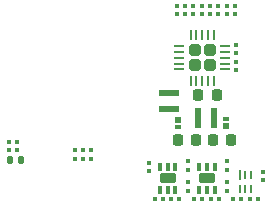
<source format=gbr>
%TF.GenerationSoftware,KiCad,Pcbnew,8.0.5*%
%TF.CreationDate,2025-10-24T05:58:17-05:00*%
%TF.ProjectId,iris-128s-adapter,69726973-2d31-4323-9873-2d6164617074,1.0.0*%
%TF.SameCoordinates,Original*%
%TF.FileFunction,Paste,Bot*%
%TF.FilePolarity,Positive*%
%FSLAX46Y46*%
G04 Gerber Fmt 4.6, Leading zero omitted, Abs format (unit mm)*
G04 Created by KiCad (PCBNEW 8.0.5) date 2025-10-24 05:58:17*
%MOMM*%
%LPD*%
G01*
G04 APERTURE LIST*
G04 Aperture macros list*
%AMRoundRect*
0 Rectangle with rounded corners*
0 $1 Rounding radius*
0 $2 $3 $4 $5 $6 $7 $8 $9 X,Y pos of 4 corners*
0 Add a 4 corners polygon primitive as box body*
4,1,4,$2,$3,$4,$5,$6,$7,$8,$9,$2,$3,0*
0 Add four circle primitives for the rounded corners*
1,1,$1+$1,$2,$3*
1,1,$1+$1,$4,$5*
1,1,$1+$1,$6,$7*
1,1,$1+$1,$8,$9*
0 Add four rect primitives between the rounded corners*
20,1,$1+$1,$2,$3,$4,$5,0*
20,1,$1+$1,$4,$5,$6,$7,0*
20,1,$1+$1,$6,$7,$8,$9,0*
20,1,$1+$1,$8,$9,$2,$3,0*%
G04 Aperture macros list end*
%ADD10RoundRect,0.079500X0.100500X-0.079500X0.100500X0.079500X-0.100500X0.079500X-0.100500X-0.079500X0*%
%ADD11RoundRect,0.079500X-0.079500X-0.100500X0.079500X-0.100500X0.079500X0.100500X-0.079500X0.100500X0*%
%ADD12R,0.600000X1.800000*%
%ADD13RoundRect,0.079500X-0.100500X0.079500X-0.100500X-0.079500X0.100500X-0.079500X0.100500X0.079500X0*%
%ADD14RoundRect,0.062500X-0.062500X-0.337500X0.062500X-0.337500X0.062500X0.337500X-0.062500X0.337500X0*%
%ADD15RoundRect,0.062500X-0.062500X-0.287500X0.062500X-0.287500X0.062500X0.287500X-0.062500X0.287500X0*%
%ADD16R,0.579000X0.332000*%
%ADD17R,0.579000X0.507000*%
%ADD18RoundRect,0.250000X-0.255000X-0.255000X0.255000X-0.255000X0.255000X0.255000X-0.255000X0.255000X0*%
%ADD19RoundRect,0.062500X-0.375000X-0.062500X0.375000X-0.062500X0.375000X0.062500X-0.375000X0.062500X0*%
%ADD20RoundRect,0.062500X-0.062500X-0.375000X0.062500X-0.375000X0.062500X0.375000X-0.062500X0.375000X0*%
%ADD21RoundRect,0.225000X-0.225000X-0.250000X0.225000X-0.250000X0.225000X0.250000X-0.225000X0.250000X0*%
%ADD22RoundRect,0.198020X0.501980X0.201980X-0.501980X0.201980X-0.501980X-0.201980X0.501980X-0.201980X0*%
%ADD23RoundRect,0.075000X0.075000X0.275000X-0.075000X0.275000X-0.075000X-0.275000X0.075000X-0.275000X0*%
%ADD24RoundRect,0.079500X0.079500X0.100500X-0.079500X0.100500X-0.079500X-0.100500X0.079500X-0.100500X0*%
%ADD25RoundRect,0.140000X0.140000X0.170000X-0.140000X0.170000X-0.140000X-0.170000X0.140000X-0.170000X0*%
%ADD26RoundRect,0.225000X0.225000X0.250000X-0.225000X0.250000X-0.225000X-0.250000X0.225000X-0.250000X0*%
%ADD27R,1.800000X0.600000*%
G04 APERTURE END LIST*
D10*
%TO.C,C4*%
X91832760Y-112321880D03*
X91832760Y-111631880D03*
%TD*%
D11*
%TO.C,C18*%
X106644580Y-115736000D03*
X107334580Y-115736000D03*
%TD*%
D12*
%TO.C,L2*%
X102264580Y-108843620D03*
X103614580Y-108843620D03*
%TD*%
D10*
%TO.C,R11*%
X101163860Y-100102980D03*
X101163860Y-99412980D03*
%TD*%
D13*
%TO.C,C14*%
X101369460Y-112557260D03*
X101369460Y-113247260D03*
%TD*%
D10*
%TO.C,C10*%
X103266980Y-100102980D03*
X103266980Y-99412980D03*
%TD*%
D14*
%TO.C,U5*%
X105772280Y-113725920D03*
D15*
X106272280Y-113675920D03*
X106772280Y-113675920D03*
X106772280Y-114875920D03*
X106272280Y-114875920D03*
X105772280Y-114875920D03*
%TD*%
D16*
%TO.C,D2*%
X104650503Y-108960677D03*
D17*
X104650503Y-109530177D03*
%TD*%
D10*
%TO.C,R14*%
X104669240Y-100102980D03*
X104669240Y-99412980D03*
%TD*%
D18*
%TO.C,U2*%
X101992440Y-103146560D03*
X101992440Y-104396560D03*
X103242440Y-103146560D03*
X103242440Y-104396560D03*
D19*
X100679940Y-104771560D03*
X100679940Y-104271560D03*
X100679940Y-103771560D03*
X100679940Y-103271560D03*
X100679940Y-102771560D03*
D20*
X101617440Y-101834060D03*
X102117440Y-101834060D03*
X102617440Y-101834060D03*
X103117440Y-101834060D03*
X103617440Y-101834060D03*
D19*
X104554940Y-102771560D03*
X104554940Y-103271560D03*
X104554940Y-103771560D03*
X104554940Y-104271560D03*
X104554940Y-104771560D03*
D20*
X103617440Y-105709060D03*
X103117440Y-105709060D03*
X102617440Y-105709060D03*
X102117440Y-105709060D03*
X101617440Y-105709060D03*
%TD*%
D21*
%TO.C,C12*%
X100522480Y-110747920D03*
X102072480Y-110747920D03*
%TD*%
D22*
%TO.C,U4*%
X103022820Y-114000520D03*
D23*
X103672820Y-115000520D03*
X103022820Y-115000520D03*
X102372820Y-115000520D03*
X102372820Y-113000520D03*
X103022820Y-113000520D03*
X103672820Y-113000520D03*
%TD*%
D13*
%TO.C,C11*%
X105445700Y-102727040D03*
X105445700Y-103417040D03*
%TD*%
D10*
%TO.C,R13*%
X105370220Y-100102980D03*
X105370220Y-99412980D03*
%TD*%
%TO.C,C21*%
X104711600Y-115030020D03*
X104711600Y-114340020D03*
%TD*%
D13*
%TO.C,C9*%
X105445700Y-104129120D03*
X105445700Y-104819120D03*
%TD*%
D10*
%TO.C,C8*%
X101864240Y-100102980D03*
X101864240Y-99412980D03*
%TD*%
D24*
%TO.C,R1*%
X86929460Y-110909080D03*
X86239460Y-110909080D03*
%TD*%
D13*
%TO.C,C17*%
X98080220Y-112684260D03*
X98080220Y-113374260D03*
%TD*%
%TO.C,R10*%
X103967540Y-99412980D03*
X103967540Y-100102980D03*
%TD*%
D16*
%TO.C,D1*%
X100599280Y-109616363D03*
D17*
X100599280Y-109046863D03*
%TD*%
D22*
%TO.C,U3*%
X99688100Y-114000520D03*
D23*
X100338100Y-115000520D03*
X99688100Y-115000520D03*
X99038100Y-115000520D03*
X99038100Y-113000520D03*
X99688100Y-113000520D03*
X100338100Y-113000520D03*
%TD*%
D24*
%TO.C,R18*%
X102599740Y-115736000D03*
X101909740Y-115736000D03*
%TD*%
%TO.C,R15*%
X100661340Y-115736000D03*
X99971340Y-115736000D03*
%TD*%
D10*
%TO.C,C20*%
X101369460Y-115030020D03*
X101369460Y-114340020D03*
%TD*%
D21*
%TO.C,C13*%
X103483040Y-110747920D03*
X105033040Y-110747920D03*
%TD*%
D25*
%TO.C,C1*%
X87274460Y-112419080D03*
X86314460Y-112419080D03*
%TD*%
D13*
%TO.C,R12*%
X100462880Y-99412980D03*
X100462880Y-100102980D03*
%TD*%
D26*
%TO.C,C7*%
X103818920Y-106954880D03*
X102268920Y-106954880D03*
%TD*%
D24*
%TO.C,C19*%
X105899680Y-115736000D03*
X105209680Y-115736000D03*
%TD*%
D27*
%TO.C,L1*%
X99773877Y-108089400D03*
X99773877Y-106739400D03*
%TD*%
D13*
%TO.C,C15*%
X104711600Y-112557260D03*
X104711600Y-113247260D03*
%TD*%
%TO.C,C16*%
X107739040Y-113453880D03*
X107739040Y-114143880D03*
%TD*%
D24*
%TO.C,R16*%
X99261340Y-115736000D03*
X98571340Y-115736000D03*
%TD*%
D10*
%TO.C,C2*%
X93232760Y-112321880D03*
X93232760Y-111631880D03*
%TD*%
D13*
%TO.C,R9*%
X102565520Y-99412980D03*
X102565520Y-100102980D03*
%TD*%
D24*
%TO.C,C3*%
X86929460Y-111609080D03*
X86239460Y-111609080D03*
%TD*%
%TO.C,R17*%
X103999740Y-115736000D03*
X103309740Y-115736000D03*
%TD*%
D10*
%TO.C,C5*%
X92532760Y-112321880D03*
X92532760Y-111631880D03*
%TD*%
M02*

</source>
